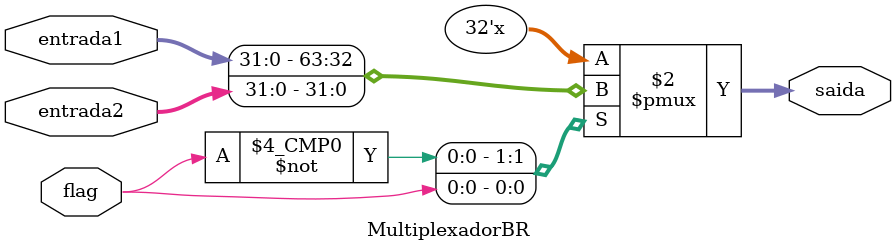
<source format=v>
/*Multiplexador do Banco de Registradores do Processador*/

module MultiplexadorBR (flag, entrada1, entrada2, saida);
	//Entradas que serão selecionadas
	input [31:0] entrada1, entrada2;
	//Flag para indicar qual entrada será a saida
	input flag;
	//Saída com a entrada escolhida
	output reg [31:0] saida;
	
	always @ (*) begin
		case (flag)
			//Se eu escolher a entrada 1
			1'b0: saida = entrada1;
			//Se eu escolher a entrada 2
			1'b1: saida = entrada2;
		endcase
	end
endmodule

</source>
